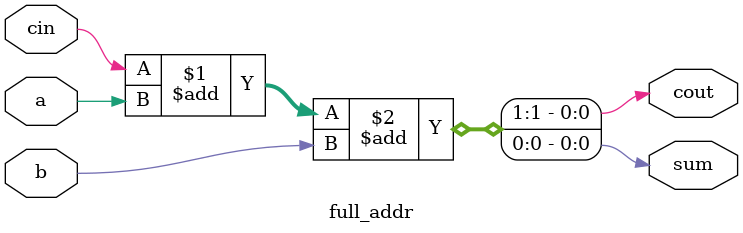
<source format=v>

module full_addr
 (
  input a,
  input b,
  input cin,
 

  output sum,
  output cout
 );
assign{cout,sum} = cin + a + b;

endmodule
</source>
